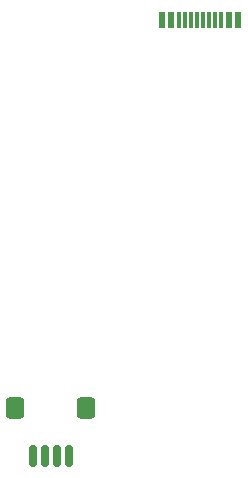
<source format=gbr>
%TF.GenerationSoftware,KiCad,Pcbnew,7.0.7*%
%TF.CreationDate,2023-09-28T00:00:25+02:00*%
%TF.ProjectId,32u4,33327534-2e6b-4696-9361-645f70636258,rev?*%
%TF.SameCoordinates,Original*%
%TF.FileFunction,Paste,Bot*%
%TF.FilePolarity,Positive*%
%FSLAX46Y46*%
G04 Gerber Fmt 4.6, Leading zero omitted, Abs format (unit mm)*
G04 Created by KiCad (PCBNEW 7.0.7) date 2023-09-28 00:00:25*
%MOMM*%
%LPD*%
G01*
G04 APERTURE LIST*
G04 Aperture macros list*
%AMRoundRect*
0 Rectangle with rounded corners*
0 $1 Rounding radius*
0 $2 $3 $4 $5 $6 $7 $8 $9 X,Y pos of 4 corners*
0 Add a 4 corners polygon primitive as box body*
4,1,4,$2,$3,$4,$5,$6,$7,$8,$9,$2,$3,0*
0 Add four circle primitives for the rounded corners*
1,1,$1+$1,$2,$3*
1,1,$1+$1,$4,$5*
1,1,$1+$1,$6,$7*
1,1,$1+$1,$8,$9*
0 Add four rect primitives between the rounded corners*
20,1,$1+$1,$2,$3,$4,$5,0*
20,1,$1+$1,$4,$5,$6,$7,0*
20,1,$1+$1,$6,$7,$8,$9,0*
20,1,$1+$1,$8,$9,$2,$3,0*%
G04 Aperture macros list end*
%ADD10R,0.600000X1.450000*%
%ADD11R,0.300000X1.450000*%
%ADD12RoundRect,0.150000X-0.150000X-0.775000X0.150000X-0.775000X0.150000X0.775000X-0.150000X0.775000X0*%
%ADD13RoundRect,0.332800X-0.467200X-0.567200X0.467200X-0.567200X0.467200X0.567200X-0.467200X0.567200X0*%
G04 APERTURE END LIST*
D10*
%TO.C,J0*%
X33280000Y-30635000D03*
X34080000Y-30635000D03*
D11*
X35280000Y-30635000D03*
X36280000Y-30635000D03*
X36780000Y-30635000D03*
X37780000Y-30635000D03*
D10*
X38980000Y-30635000D03*
X39780000Y-30635000D03*
X39780000Y-30635000D03*
X38980000Y-30635000D03*
D11*
X38280000Y-30635000D03*
X37280000Y-30635000D03*
X35780000Y-30635000D03*
X34780000Y-30635000D03*
D10*
X34080000Y-30635000D03*
X33280000Y-30635000D03*
%TD*%
D12*
%TO.C,J3*%
X22400000Y-67510000D03*
X23400000Y-67510000D03*
X24400000Y-67510000D03*
X25400000Y-67510000D03*
D13*
X20900000Y-63485000D03*
X26900000Y-63485000D03*
%TD*%
M02*

</source>
